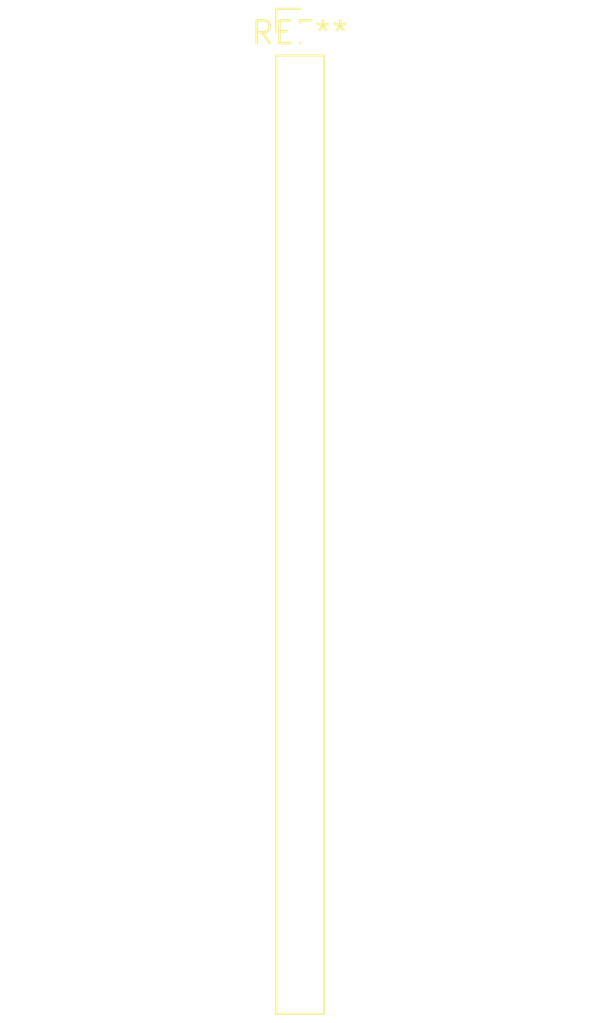
<source format=kicad_pcb>
(kicad_pcb (version 20240108) (generator pcbnew)
  (layers (0 "F.Cu" signal) (31 "B.Cu" signal) (34 "B.Paste" user) (35 "F.Paste" user) (36 "B.SilkS" user "B.Silkscreen") (37 "F.SilkS" user "F.Silkscreen") (38 "B.Mask" user) (39 "F.Mask" user) (44 "Edge.Cuts" user))
  (net 0 "")
  (footprint "PinHeader_1x22_P2.54mm_Vertical" (layer "F.Cu") (at 0 0)
    (property "Reference" "REF**")
    (property "Value" "PinHeader_1x22_P2.54mm_Vertical")
    (fp_line (start -1.33 -1.33) (end 0 -1.33) (layer "F.SilkS") (stroke (width 0.12)))
    (fp_line (start -1.33 0) (end -1.33 -1.33) (layer "F.SilkS") (stroke (width 0.12)))
    (fp_line (start -1.33 1.27) (end -1.33 54.67) (layer "F.SilkS") (stroke (width 0.12)))
    (fp_line (start -1.33 1.27) (end 1.33 1.27) (layer "F.SilkS") (stroke (width 0.12)))
    (fp_line (start -1.33 54.67) (end 1.33 54.67) (layer "F.SilkS") (stroke (width 0.12)))
    (fp_line (start 1.33 1.27) (end 1.33 54.67) (layer "F.SilkS") (stroke (width 0.12)))
    (pad "1" thru_hole rect (at 0 0) (size 1.7 1.7) (drill 1) (layers *.Cu *.Mask) (remove_unused_layers))
    (pad "2" thru_hole oval (at 0 2.54) (size 1.7 1.7) (drill 1) (layers *.Cu *.Mask) (remove_unused_layers))
    (pad "3" thru_hole oval (at 0 5.08) (size 1.7 1.7) (drill 1) (layers *.Cu *.Mask) (remove_unused_layers))
    (pad "4" thru_hole oval (at 0 7.62) (size 1.7 1.7) (drill 1) (layers *.Cu *.Mask) (remove_unused_layers))
    (pad "5" thru_hole oval (at 0 10.16) (size 1.7 1.7) (drill 1) (layers *.Cu *.Mask) (remove_unused_layers))
    (pad "6" thru_hole oval (at 0 12.7) (size 1.7 1.7) (drill 1) (layers *.Cu *.Mask) (remove_unused_layers))
    (pad "7" thru_hole oval (at 0 15.24) (size 1.7 1.7) (drill 1) (layers *.Cu *.Mask) (remove_unused_layers))
    (pad "8" thru_hole oval (at 0 17.78) (size 1.7 1.7) (drill 1) (layers *.Cu *.Mask) (remove_unused_layers))
    (pad "9" thru_hole oval (at 0 20.32) (size 1.7 1.7) (drill 1) (layers *.Cu *.Mask) (remove_unused_layers))
    (pad "10" thru_hole oval (at 0 22.86) (size 1.7 1.7) (drill 1) (layers *.Cu *.Mask) (remove_unused_layers))
    (pad "11" thru_hole oval (at 0 25.4) (size 1.7 1.7) (drill 1) (layers *.Cu *.Mask) (remove_unused_layers))
    (pad "12" thru_hole oval (at 0 27.94) (size 1.7 1.7) (drill 1) (layers *.Cu *.Mask) (remove_unused_layers))
    (pad "13" thru_hole oval (at 0 30.48) (size 1.7 1.7) (drill 1) (layers *.Cu *.Mask) (remove_unused_layers))
    (pad "14" thru_hole oval (at 0 33.02) (size 1.7 1.7) (drill 1) (layers *.Cu *.Mask) (remove_unused_layers))
    (pad "15" thru_hole oval (at 0 35.56) (size 1.7 1.7) (drill 1) (layers *.Cu *.Mask) (remove_unused_layers))
    (pad "16" thru_hole oval (at 0 38.1) (size 1.7 1.7) (drill 1) (layers *.Cu *.Mask) (remove_unused_layers))
    (pad "17" thru_hole oval (at 0 40.64) (size 1.7 1.7) (drill 1) (layers *.Cu *.Mask) (remove_unused_layers))
    (pad "18" thru_hole oval (at 0 43.18) (size 1.7 1.7) (drill 1) (layers *.Cu *.Mask) (remove_unused_layers))
    (pad "19" thru_hole oval (at 0 45.72) (size 1.7 1.7) (drill 1) (layers *.Cu *.Mask) (remove_unused_layers))
    (pad "20" thru_hole oval (at 0 48.26) (size 1.7 1.7) (drill 1) (layers *.Cu *.Mask) (remove_unused_layers))
    (pad "21" thru_hole oval (at 0 50.8) (size 1.7 1.7) (drill 1) (layers *.Cu *.Mask) (remove_unused_layers))
    (pad "22" thru_hole oval (at 0 53.34) (size 1.7 1.7) (drill 1) (layers *.Cu *.Mask) (remove_unused_layers))
  )
)
</source>
